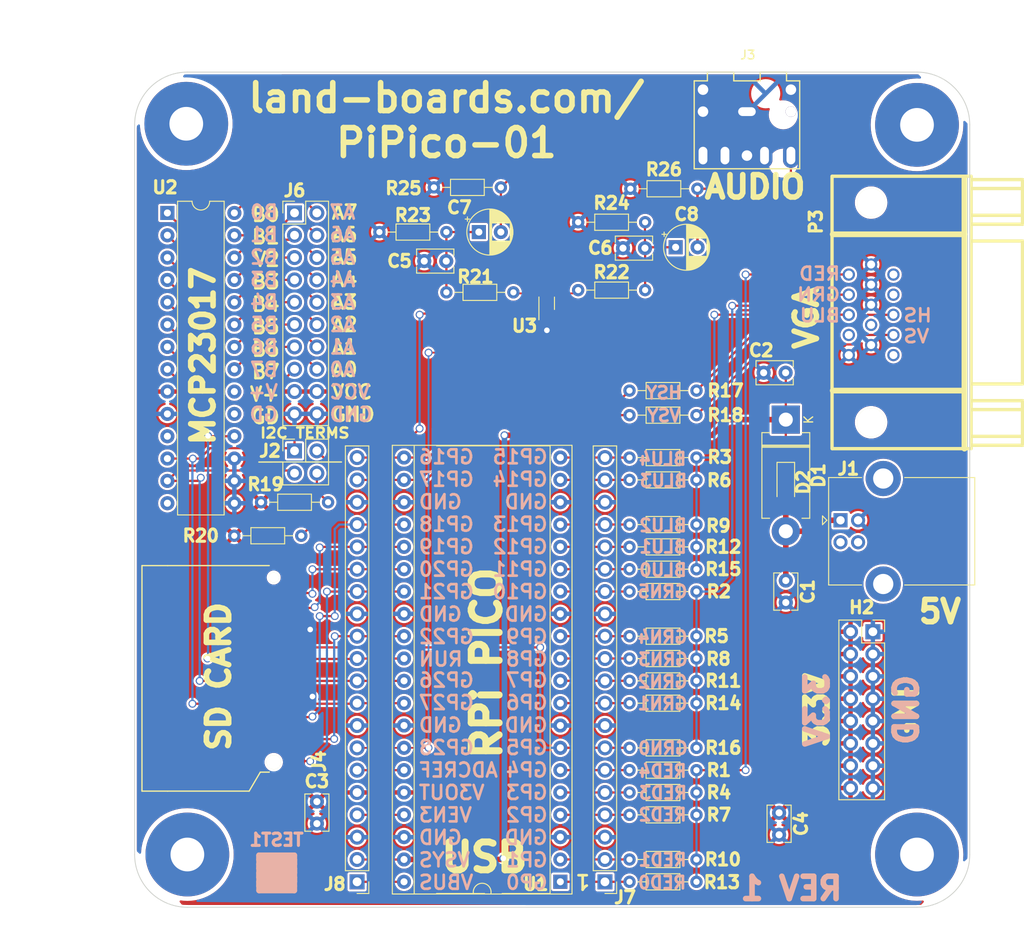
<source format=kicad_pcb>
(kicad_pcb (version 20211014) (generator pcbnew)
  (title_block (title "ESP32-VGA") (date "2020-02-19") (rev "2") (company "land-boards.com"))
  (layers (0 "F.Cu" signal) (31 "B.Cu" signal) (36 "B.SilkS" user "B.Silkscreen") (37 "F.SilkS" user "F.Silkscreen") (38 "B.Mask" user) (39 "F.Mask" user) (44 "Edge.Cuts" user))
  (net 0 "")
  (net 1 "GND")
  (net 2 "+3V3")
  (net 3 "Net-(C1-Pad1)")
  (net 4 "/HSYNC")
  (net 5 "/VSYNC")
  (net 6 "/GPIO18")
  (net 7 "/GPIO22")
  (net 8 "/GRN0")
  (net 9 "/GPIO19")
  (net 10 "/SD_DAT1")
  (net 11 "/SD_DAT2")
  (net 12 "/RED3")
  (net 13 "/RED4")
  (net 14 "/RED2")
  (net 15 "/RED1")
  (net 16 "/RED0")
  (net 17 "/GRN4")
  (net 18 "/GRN3")
  (net 19 "/GRN2")
  (net 20 "/GRN1")
  (net 21 "/BLU4")
  (net 22 "/BLU3")
  (net 23 "/BLU1")
  (net 24 "/BLU0")
  (net 25 "/BLU2")
  (net 26 "/GRN5")
  (net 27 "/VGA_B")
  (net 28 "/VGA_G")
  (net 29 "/VGA_R")
  (net 41 "/GPB0")
  (net 42 "/GPA7")
  (net 43 "/GPB1")
  (net 44 "/GPA6")
  (net 45 "/GPB2")
  (net 46 "/GPA5")
  (net 47 "/GPB3")
  (net 48 "/GPA4")
  (net 49 "/GPB4")
  (net 50 "/GPA3")
  (net 51 "/GPB5")
  (net 52 "/GPA2")
  (net 53 "/GPB6")
  (net 54 "/GPA1")
  (net 55 "/GPB7")
  (net 56 "/GPA0")
  (net 57 "/I2C1SCL")
  (net 58 "/I2C1SDA")
  (net 63 "/VBUS")
  (net 64 "/VEN3")
  (net 65 "/ADCREF")
  (net 66 "Net-(C8-Pad2)")
  (net 67 "Net-(J2-Pad2)")
  (net 68 "Net-(J2-Pad4)")
  (net 69 "/AUDIO-L")
  (net 70 "/HS")
  (net 71 "/VS")
  (net 72 "VCC")
  (net 73 "/RUN")
  (net 74 "Net-(R21-Pad2)")
  (net 75 "Net-(R22-Pad2)")
  (net 76 "Net-(C5-Pad1)")
  (net 77 "Net-(C6-Pad1)")
  (net 78 "Net-(C7-Pad2)")
  (footprint "LandBoards_MountHoles:MTG-6-32" (layer "F.Cu") (at 15.875 15.875)
    (fp_text reference "MTG1" hide)
    (fp_text value "MTG_HOLE" hide)
  )
  (footprint "LandBoards_MountHoles:MTG-6-32" (layer "F.Cu") (at 99 99)
    (fp_text reference "MTG2" hide)
    (fp_text value "MTG_HOLE" hide)
  )
  (footprint "LandBoards_MountHoles:MTG-6-32" (layer "F.Cu") (at 16 99)
    (fp_text reference "MTG3" hide)
    (fp_text value "MTG_HOLE" hide)
  )
  (footprint "LandBoards_MountHoles:MTG-6-32" (layer "F.Cu") (at 99 16)
    (fp_text reference "MTG?1" hide)
    (fp_text value "MTG_HOLE" hide)
  )
  (footprint "LandBoards_Marking:TEST_BLK-REAR" (layer "F.Cu") (at 26.162 101.092)
    (fp_text reference "TEST1")
    (fp_text value "COUPON" hide)
  )
  (footprint "LandBoards_Conns:DB_15F-VGA-fixed" (layer "F.Cu") (at 97.79 37.338 90)
    (fp_text reference "P3")
    (fp_text value "CONN, DB15HD, BLUE (VGA)" hide)
  )
  (footprint "LandBoards_Conns:SD_CARD" (layer "F.Cu") (at 25.8215 73.374 -90)
    (fp_text reference "J4")
    (fp_text value "Conn, SD Card" hide)
  )
  (footprint "Resistor_THT:R_Axial_DIN0204_L3.6mm_D1.6mm_P7.62mm_Horizontal" (layer "F.Cu") (at 73.914 91.948 180)
    (fp_text reference "R4")
    (fp_text value "1K" hide)
  )
  (footprint "Resistor_THT:R_Axial_DIN0204_L3.6mm_D1.6mm_P7.62mm_Horizontal" (layer "F.Cu") (at 73.914 89.408 180)
    (fp_text reference "R1")
    (fp_text value "499" hide)
  )
  (footprint "Resistor_THT:R_Axial_DIN0204_L3.6mm_D1.6mm_P7.62mm_Horizontal" (layer "F.Cu") (at 73.914 94.488 180)
    (fp_text reference "R7")
    (fp_text value "2K" hide)
  )
  (footprint "Resistor_THT:R_Axial_DIN0204_L3.6mm_D1.6mm_P7.62mm_Horizontal" (layer "F.Cu") (at 73.914 99.568 180)
    (fp_text reference "R10")
    (fp_text value "4.02K" hide)
  )
  (footprint "Resistor_THT:R_Axial_DIN0204_L3.6mm_D1.6mm_P7.62mm_Horizontal" (layer "F.Cu") (at 73.914 102.108 180)
    (fp_text reference "R13")
    (fp_text value "8.06K" hide)
  )
  (footprint "Resistor_THT:R_Axial_DIN0204_L3.6mm_D1.6mm_P7.62mm_Horizontal" (layer "F.Cu") (at 73.914 69.088 180)
    (fp_text reference "R2")
    (fp_text value "499" hide)
  )
  (footprint "Resistor_THT:R_Axial_DIN0204_L3.6mm_D1.6mm_P7.62mm_Horizontal" (layer "F.Cu") (at 68.072 34.798 180)
    (fp_text reference "R22")
    (fp_text value "220" hide)
  )
  (footprint "Resistor_THT:R_Axial_DIN0204_L3.6mm_D1.6mm_P7.62mm_Horizontal" (layer "F.Cu") (at 73.914 74.168 180)
    (fp_text reference "R5")
    (fp_text value "1K" hide)
  )
  (footprint "Resistor_THT:R_Axial_DIN0204_L3.6mm_D1.6mm_P7.62mm_Horizontal" (layer "F.Cu") (at 73.914 76.708 180)
    (fp_text reference "R8")
    (fp_text value "2K" hide)
  )
  (footprint "Resistor_THT:R_Axial_DIN0204_L3.6mm_D1.6mm_P7.62mm_Horizontal" (layer "F.Cu") (at 73.914 79.248 180)
    (fp_text reference "R11")
    (fp_text value "4.02K" hide)
  )
  (footprint "Resistor_THT:R_Axial_DIN0204_L3.6mm_D1.6mm_P7.62mm_Horizontal" (layer "F.Cu") (at 73.914 81.788 180)
    (fp_text reference "R14")
    (fp_text value "8.06K" hide)
  )
  (footprint "Resistor_THT:R_Axial_DIN0204_L3.6mm_D1.6mm_P7.62mm_Horizontal" (layer "F.Cu") (at 73.914 53.848 180)
    (fp_text reference "R3")
    (fp_text value "499" hide)
  )
  (footprint "Resistor_THT:R_Axial_DIN0204_L3.6mm_D1.6mm_P7.62mm_Horizontal" (layer "F.Cu") (at 73.914 56.388 180)
    (fp_text reference "R6")
    (fp_text value "1K" hide)
  )
  (footprint "Resistor_THT:R_Axial_DIN0204_L3.6mm_D1.6mm_P7.62mm_Horizontal" (layer "F.Cu") (at 73.914 61.468 180)
    (fp_text reference "R9")
    (fp_text value "2K" hide)
  )
  (footprint "Resistor_THT:R_Axial_DIN0204_L3.6mm_D1.6mm_P7.62mm_Horizontal" (layer "F.Cu") (at 73.914 64.008 180)
    (fp_text reference "R12")
    (fp_text value "4.02K" hide)
  )
  (footprint "Resistor_THT:R_Axial_DIN0204_L3.6mm_D1.6mm_P7.62mm_Horizontal" (layer "F.Cu") (at 73.914 66.548 180)
    (fp_text reference "R15")
    (fp_text value "8.06K" hide)
  )
  (footprint "Resistor_THT:R_Axial_DIN0204_L3.6mm_D1.6mm_P7.62mm_Horizontal" (layer "F.Cu") (at 60.452 27.0764)
    (fp_text reference "R24")
    (fp_text value "150" hide)
  )
  (footprint "Resistor_THT:R_Axial_DIN0204_L3.6mm_D1.6mm_P7.62mm_Horizontal" (layer "F.Cu") (at 73.914 86.868 180)
    (fp_text reference "R16")
    (fp_text value "16K" hide)
  )
  (footprint "Resistor_THT:R_Axial_DIN0204_L3.6mm_D1.6mm_P7.62mm_Horizontal" (layer "F.Cu") (at 73.914 46.228 180)
    (fp_text reference "R17")
    (fp_text value "47" hide)
  )
  (footprint "Resistor_THT:R_Axial_DIN0204_L3.6mm_D1.6mm_P7.62mm_Horizontal" (layer "F.Cu") (at 73.914 49.022 180)
    (fp_text reference "R18")
    (fp_text value "47" hide)
  )
  (footprint "LandBoards_BoardOutlines:RasPiPico" (layer "F.Cu") (at 58.425004 102.102996 180)
    (fp_text reference "U1")
    (fp_text value "RPi-PICO" hide)
  )
  (footprint "Connector_USB:USB_B_Lumberg_2411_02_Horizontal" (layer "F.Cu") (at 90.297 60.98)
    (fp_text reference "J1")
    (fp_text value "USB-B" hide)
  )
  (footprint "Capacitor_THT:C_Rect_L4.0mm_W2.5mm_P2.50mm" (layer "F.Cu") (at 84.054 44.196 180)
    (fp_text reference "C2")
    (fp_text value "0.1uF")
  )
  (footprint "Capacitor_THT:CP_Radial_D5.0mm_P2.50mm" (layer "F.Cu") (at 71.540488 29.9212)
    (fp_text reference "C8")
    (fp_text value "47uF")
  )
  (footprint "Capacitor_THT:C_Rect_L4.0mm_W2.5mm_P2.50mm" (layer "F.Cu") (at 68.052 30.0228 180)
    (fp_text reference "C6")
    (fp_text value "0.1uF")
  )
  (footprint "Capacitor_THT:C_Rect_L4.0mm_W2.5mm_P2.50mm" (layer "F.Cu") (at 84.074 67.838 -90)
    (fp_text reference "C1")
    (fp_text value "0.1uF")
  )
  (footprint "Capacitor_THT:C_Rect_L4.0mm_W2.5mm_P2.50mm" (layer "F.Cu") (at 30.734 92.984 -90)
    (fp_text reference "C3")
    (fp_text value "0.1uF")
  )
  (footprint "Capacitor_THT:C_Rect_L4.0mm_W2.5mm_P2.50mm" (layer "F.Cu") (at 83.312 94.254 -90)
    (fp_text reference "C4")
    (fp_text value "0.1uF")
  )
  (footprint "LandBoards_SMD_Packages:SC-70-6_Handsoldering" (layer "F.Cu") (at 57.15 36.322 90)
    (fp_text reference "U3")
    (fp_text value "NC7WV16P6X")
  )
  (footprint "Diode_SMD:D_SOD-123" (layer "F.Cu") (at 84.074 56.642 -90)
    (fp_text reference "D2")
    (fp_text value "D_Schottky")
  )
  (footprint "Connector_PinSocket_2.54mm:PinSocket_2x08_P2.54mm_Vertical" (layer "F.Cu") (at 93.98 73.66)
    (fp_text reference "H2")
    (fp_text value "Header, Vert, 2x8")
  )
  (footprint "Diode_THT:D_DO-201AD_P12.70mm_Horizontal" (layer "F.Cu") (at 84.074 49.53 -90)
    (fp_text reference "D1")
    (fp_text value "D_Schottky")
  )
  (footprint "Capacitor_THT:C_Rect_L4.0mm_W2.5mm_P2.50mm" (layer "F.Cu") (at 45.446 31.496 180)
    (fp_text reference "C5")
    (fp_text value "0.1uF")
  )
  (footprint "LandBoards_Conns:Jack_3.5mm_CUI_SJ1-3523N_Horizontal" (layer "F.Cu") (at 79.6544 14.494)
    (fp_text reference "J3")
    (fp_text value "AudioJack3" hide)
  )
  (footprint "Resistor_THT:R_Axial_DIN0204_L3.6mm_D1.6mm_P7.62mm_Horizontal" (layer "F.Cu") (at 37.846 28.194)
    (fp_text reference "R23")
    (fp_text value "150")
  )
  (footprint "Resistor_THT:R_Axial_DIN0204_L3.6mm_D1.6mm_P7.62mm_Horizontal" (layer "F.Cu") (at 21.336 62.738)
    (fp_text reference "R20")
    (fp_text value "2K")
  )
  (footprint "Resistor_THT:R_Axial_DIN0204_L3.6mm_D1.6mm_P7.62mm_Horizontal" (layer "F.Cu") (at 24.384 58.928)
    (fp_text reference "R19")
    (fp_text value "2K")
  )
  (footprint "Connector_PinHeader_2.54mm:PinHeader_1x20_P2.54mm_Vertical" (layer "F.Cu") (at 35.306 102.108 180)
    (fp_text reference "J8")
    (fp_text value "HEADER, 1x20")
  )
  (footprint "Resistor_THT:R_Axial_DIN0204_L3.6mm_D1.6mm_P7.62mm_Horizontal" (layer "F.Cu") (at 66.3956 23.2664)
    (fp_text reference "R26")
    (fp_text value "1.8K")
  )
  (footprint "Connector_PinHeader_2.54mm:PinHeader_2x02_P2.54mm_Vertical" (layer "F.Cu") (at 28.189 53.081)
    (fp_text reference "J2")
    (fp_text value "Conn_02x02_Odd_Even")
  )
  (footprint "Connector_PinHeader_2.54mm:PinHeader_2x10_P2.54mm_Vertical" (layer "F.Cu") (at 28.189 26.015255)
    (fp_text reference "J6")
    (fp_text value "Conn_02x10_Odd_Even")
  )
  (footprint "Package_DIP:DIP-28_W7.62mm" (layer "F.Cu") (at 13.726 26.020255)
    (fp_text reference "U2")
    (fp_text value "MCP23017_SP")
  )
  (footprint "Capacitor_THT:CP_Radial_D5.0mm_P2.50mm" (layer "F.Cu") (at 49.159349 28.194)
    (fp_text reference "C7")
    (fp_text value "47uF")
  )
  (footprint "Resistor_THT:R_Axial_DIN0204_L3.6mm_D1.6mm_P7.62mm_Horizontal" (layer "F.Cu") (at 44.0436 23.114)
    (fp_text reference "R25")
    (fp_text value "1.8K")
  )
  (footprint "Resistor_THT:R_Axial_DIN0204_L3.6mm_D1.6mm_P7.62mm_Horizontal" (layer "F.Cu") (at 45.466 35.052)
    (fp_text reference "R21")
    (fp_text value "220")
  )
  (footprint "Connector_PinHeader_2.54mm:PinHeader_1x20_P2.54mm_Vertical" (layer "F.Cu") (at 63.5 102.108 180)
    (fp_text reference "J7")
    (fp_text value "HEADER, 1x20")
  )
  (gr_line (start 26.859 54.351) (end 24.13 54.356) (layer "F.SilkS") (width 0.15))
  (gr_line (start 29.459 54.351) (end 33.528 54.351) (layer "F.SilkS") (width 0.15))
  (gr_arc (start 16 105) (mid 11.757359 103.242641) (end 10 99) (layer "Edge.Cuts") (width 0.1))
  (gr_arc (start 99 10) (mid 103.242641 11.757359) (end 105 16) (layer "Edge.Cuts") (width 0.1))
  (gr_line (start 99 105) (end 16 105) (layer "Edge.Cuts") (width 0.1))
  (gr_line (start 10 99) (end 10 16) (layer "Edge.Cuts") (width 0.1))
  (gr_arc (start 10 16) (mid 11.757359 11.757359) (end 16 10) (layer "Edge.Cuts") (width 0.1))
  (gr_arc (start 105 99) (mid 103.242641 103.242641) (end 99 105) (layer "Edge.Cuts") (width 0.1))
  (gr_line (start 105 16) (end 105 99) (layer "Edge.Cuts") (width 0.1))
  (gr_line (start 16 10) (end 99 10) (layer "Edge.Cuts") (width 0.1))
  (gr_text "REV 1" (at 84.709 102.87) (layer "B.SilkS") (effects (font (size 2.54 2.54) (thickness 0.635)) (justify mirror)))
  (gr_text "GND" (at 97.79 82.55 90) (layer "B.SilkS") (effects (font (size 2.54 2.54) (thickness 0.635)) (justify mirror)))
  (gr_text "GP7\nGP6\nGND\nGP5\nGP4\nGP3\nGP2\nGND\nGP1\nGP0" (at 57.15 90.678) (layer "B.SilkS") (effects (font (size 1.5875 1.5875) (thickness 0.3048)) (justify left mirror)))
  (gr_text "GP16\nGP17\nGND\nGP18\nGP19\nGP20\nGP21\nGND\nGP22\nRUN\n" (at 42.164 65.278) (layer "B.SilkS") (effects (font (size 1.5875 1.5875) (thickness 0.3048)) (justify right mirror)))
  (gr_text "HS\nVS" (at 97.282 38.862) (layer "B.SilkS") (effects (font (size 1.4732 1.5875) (thickness 0.3048)) (justify right mirror)))
  (gr_text "RED\nGRN\nBLU" (at 90.424 35.306) (layer "B.SilkS") (effects (font (size 1.4732 1.5875) (thickness 0.3048)) (justify left mirror)))
  (gr_text "B0\nB1\nB2\nB3\nB4\nB5\nB6\nB7\nV+\nGD" (at 26.4668 37.4396) (layer "B.SilkS") (effects (font (size 1.5875 1.5875) (thickness 0.3048)) (justify left mirror)))
  (gr_text "3.3V" (at 87.63 82.55 90) (layer "B.SilkS") (effects (font (size 2.54 2.54) (thickness 0.635)) (justify mirror)))
  (gr_text "GP26\nGP27\nGND\nGP28\nADCREF\nV3OUT\nVEN3\nGND\nVSYS\nVBUS" (at 42.164 90.678) (layer "B.SilkS") (effects (font (size 1.5875 1.5875) (thickness 0.3048)) (justify right mirror)))
  (gr_text "A7\nA6\nA5\nA4\nA3\nA2\nA1\nA0\nVCC\nGND" (at 32.004 37.4396) (layer "B.SilkS") (effects (font (size 1.5875 1.5875) (thickness 0.3048)) (justify right mirror)))
  (gr_text "GP15\nGP14\nGND\nGP13\nGP12\nGP11\nGP10\nGND\nGP9\nGP8" (at 57.15 65.278) (layer "B.SilkS") (effects (font (size 1.5875 1.5875) (thickness 0.3048)) (justify left mirror)))
  (gr_text "AUDIO" (at 80.5688 23.0632) (layer "F.SilkS") (effects (font (size 2.54 2.54) (thickness 0.635))))
  (gr_text "SD CARD" (at 19.558 78.74 90) (layer "F.SilkS") (effects (font (size 2.54 2.54) (thickness 0.635))))
  (gr_text "5V" (at 101.6 71.374) (layer "F.SilkS") (effects (font (size 2.54 2.54) (thickness 0.635))))
  (gr_text "VGA" (at 86.4108 37.9476 90) (layer "F.SilkS") (effects (font (size 2.54 2.54) (thickness 0.635))))
  (gr_text "B0\nB1\nV2\nB3\nB4\nB5\nB6\nB7\nV+\nGD" (at 26.67 37.694255) (layer "F.SilkS") (effects (font (size 1.5875 1.5875) (thickness 0.3048)) (justify right)))
  (gr_text "USB" (at 49.784 99.314) (layer "F.SilkS") (effects (font (size 3.175 3.175) (thickness 0.79375))))
  (gr_text "I2C TERMS" (at 29.3624 51.054) (layer "F.SilkS") (effects (font (size 1.143 1.27) (thickness 0.28575))))
  (gr_text "GND" (at 97.79 82.55 90) (layer "F.SilkS") (effects (font (size 2.54 2.54) (thickness 0.635))))
  (gr_text "land-boards.com/\nPiPico-01" (at 45.466 15.494) (layer "F.SilkS") (effects (font (size 3.175 3.175) (thickness 0.635))))
  (gr_text "RPi PICO" (at 50.038 77.216 90) (layer "F.SilkS") (effects (font (size 3.175 3.175) (thickness 0.79375))))
  (gr_text "A7\nA6\nA5\nA4\nA3\nA2\nA1\nA0\nVCC\nGND" (at 32.258 37.445255) (layer "F.SilkS") (effects (font (size 1.5875 1.5875) (thickness 0.3048)) (justify left)))
  (gr_text "3.3V" (at 87.63 82.55 90) (layer "F.SilkS") (effects (font (size 2.54 2.54) (thickness 0.635))))
  (gr_text "MCP23017" (at 17.78 42.266255 90) (layer "F.SilkS") (effects (font (size 2.54 2.54) (thickness 0.635))))
  (segment (start 28.6215 80.874) (end 30.074 80.874) (width 0.254) (layer "F.Cu") (net 1))
  (segment (start 28.6215 73.374) (end 29.94 73.374) (width 0.254) (layer "F.Cu") (net 1))
  (segment (start 29.94 73.374) (end 29.972 73.406) (width 0.254) (layer "F.Cu") (net 1))
  (segment (start 30.074 80.874) (end 30.226 81.026) (width 0.254) (layer "F.Cu") (net 1))
  (segment (start 56.9 39.366) (end 56.896 39.37) (width 0.2032) (layer "F.Cu") (net 1))
  (segment (start 56.9 37.472) (end 56.9 39.366) (width 0.2032) (layer "F.Cu") (net 1))
  (via (at 29.972 73.406) (size 0.889) (drill 0.635) (layers "F.Cu" "B.Cu") (net 1))
  (via (at 30.226 81.026) (size 0.889) (drill 0.635) (layers "F.Cu" "B.Cu") (net 1))
  (via (at 56.896 39.37) (size 0.889) (drill 0.635) (layers "F.Cu" "B.Cu") (net 1))
  (segment (start 86.4 62.23) (end 87.65 60.98) (width 0.635) (layer "F.Cu") (net 3))
  (segment (start 84.074 62.23) (end 84.074 58.292) (width 0.635) (layer "F.Cu") (net 3))
  (segment (start 84.074 67.838) (end 84.074 62.23) (width 0.635) (layer "F.Cu") (net 3))
  (segment (start 84.074 62.23) (end 86.4 62.23) (width 0.635) (layer "F.Cu") (net 3))
  (segment (start 90.297 60.98) (end 87.65 60.98) (width 0.635) (layer "F.Cu") (net 3))
  (segment (start 40.645004 53.842996) (end 43.439004 53.842996) (width 0.254) (layer "F.Cu") (net 4))
  (segment (start 43.439004 53.842996) (end 44.196 53.086) (width 0.254) (layer "F.Cu") (net 4))
  (segment (start 44.196 50.546) (end 46.736 48.006) (width 0.254) (layer "F.Cu") (net 4))
  (segment (start 46.736 48.006) (end 64.516 48.006) (width 0.254) (layer "F.Cu") (net 4))
  (segment (start 64.516 48.006) (end 66.294 46.228) (width 0.254) (layer "F.Cu") (net 4))
  (segment (start 44.196 53.086) (end 44.196 50.546) (width 0.254) (layer "F.Cu") (net 4))
  (segment (start 35.306 53.848) (end 40.64 53.848) (width 0.254) (layer "F.Cu") (net 4))
  (segment (start 40.645 56.383) (end 43.185 56.383) (width 0.254) (layer "F.Cu") (net 5))
  (segment (start 43.185 56.383) (end 44.958 54.61) (width 0.254) (layer "F.Cu") (net 5))
  (segment (start 35.306 56.388) (end 40.64 56.388) (width 0.254) (layer "F.Cu") (net 5))
  (segment (start 44.958 54.61) (end 44.958 50.8) (width 0.254) (layer "F.Cu") (net 5))
  (segment (start 46.736 49.022) (end 66.294 49.022) (width 0.254) (layer "F.Cu") (net 5))
  (segment (start 44.958 50.8) (end 46.736 49.022) (width 0.254) (layer "F.Cu") (net 5))
  (segment (start 28.6215 83.374) (end 30.164 83.374) (width 0.254) (layer "F.Cu") (net 6))
  (segment (start 31.051011 71.882) (end 32.766 71.882) (width 0.254) (layer "F.Cu") (net 6))
  (segment (start 35.306 61.468) (end 40.64 61.468) (width 0.254) (layer "F.Cu") (net 6))
  (segment (start 30.164 83.374) (end 30.226 83.312) (width 0.254) (layer "F.Cu") (net 6))
  (via (at 32.766 71.882) (size 0.889) (drill 0.635) (layers "F.Cu" "B.Cu") (net 6))
  (via (at 30.226 83.312) (size 0.889) (drill 0.635) (layers "F.Cu" "B.Cu") (net 6))
  (via (at 31.051011 71.882) (size 0.889) (drill 0.635) (layers "F.Cu" "B.Cu") (net 6))
  (segment (start 33.274 61.468) (end 32.766 61.976) (width 0.254) (layer "B.Cu") (net 6))
  (segment (start 31.051011 82.486989) (end 31.051011 71.882) (width 0.254) (layer "B.Cu") (net 6))
  (segment (start 30.226 83.312) (end 31.051011 82.486989) (width 0.254) (layer "B.Cu") (net 6))
  (segment (start 33.274 61.468) (end 35.306 61.468) (width 0.254) (layer "B.Cu") (net 6))
  (segment (start 32.766 71.882) (end 32.766 61.976) (width 0.254) (layer "B.Cu") (net 6))
  (segment (start 32.679011 85.874) (end 32.701011 85.852) (width 0.254) (layer "F.Cu") (net 7))
  (segment (start 28.6215 85.874) (end 32.679011 85.874) (width 0.254) (layer "F.Cu") (net 7))
  (segment (start 32.766 74.168) (end 35.306 74.168) (width 0.254) (layer "F.Cu") (net 7))
  (segment (start 35.306 74.168) (end 40.64 74.168) (width 0.254) (layer "F.Cu") (net 7))
  (via (at 32.701011 85.852) (size 0.889) (drill 0.635) (layers "F.Cu" "B.Cu") (net 7))
  (via (at 32.766 74.168) (size 0.889) (drill 0.635) (layers "F.Cu" "B.Cu") (net 7))
  (segment (start 32.701011 74.232989) (end 32.766 74.168) (width 0.254) (layer "B.Cu") (net 7))
  (segment (start 32.701011 85.852) (end 32.701011 74.232989) (width 0.254) (layer "B.Cu") (net 7))
  (segment (start 58.425 86.863) (end 66.289 86.863) (width 0.254) (layer "F.Cu") (net 8))
  (segment (start 30.336 75.438) (end 56.134 75.438) (width 0.254) (layer "F.Cu") (net 8))
  (segment (start 29.9 75.874) (end 30.336 75.438) (width 0.254) (layer "F.Cu") (net 8))
  (segment (start 28.6215 75.874) (end 29.9 75.874) (width 0.254) (layer "F.Cu") (net 8))
  (via (at 56.134 75.438) (size 0.889) (drill 0.635) (layers "F.Cu" "B.Cu") (net 8))
  (segment (start 56.891 86.863) (end 58.425 86.863) (width 0.254) (layer "B.Cu") (net 8))
  (segment (start 56.134 86.106) (end 56.891 86.863) (width 0.254) (layer "B.Cu") (net 8))
  (segment (start 56.134 75.438) (end 56.134 86.106) (width 0.254) (layer "B.Cu") (net 8))
  (segment (start 35.306 64.008) (end 40.64 64.008) (width 0.254) (layer "F.Cu") (net 9))
  (segment (start 30.392 70.954) (end 30.48 70.866) (width 0.254) (layer "F.Cu") (net 9))
  (segment (start 28.6215 70.954) (end 30.392 70.954) (width 0.254) (layer "F.Cu") (net 9))
  (segment (start 31.051011 64.071011) (end 31.114022 64.008) (width 0.254) (layer "F.Cu") (net 9))
  (segment (start 31.114022 64.008) (end 35.306 64.008) (width 0.254) (layer "F.Cu") (net 9))
  (via (at 31.051011 64.071011) (size 0.889) (drill 0.635) (layers "F.Cu" "B.Cu") (net 9))
  (via (at 30.48 70.866) (size 0.889) (drill 0.635) (layers "F.Cu" "B.Cu") (net 9))
  (segment (start 30.48 70.866) (end 31.051011 70.294989) (width 0.254) (layer "B.Cu") (net 9))
  (segment (start 31.051011 70.294989) (end 31.051011 64.071011) (width 0.254) (layer "B.Cu") (net 9))
  (segment (start 28.6215 69.254) (end 30.138 69.254) (width 0.254) (layer "F.Cu") (net 10))
  (segment (start 30.226 66.548) (end 35.306 66.548) (width 0.254) (layer "F.Cu") (net 10))
  (segment (start 30.138 69.254) (end 30.226 69.342) (width 0.254) (layer "F.Cu") (net 10))
  (segment (start 35.306 66.548) (end 40.64 66.548) (width 0.254) (layer "F.Cu") (net 10))
  (via (at 30.226 69.342) (size 0.889) (drill 0.635) (layers "F.Cu" "B.Cu") (net 10))
  (via (at 30.226 66.548) (size 0.889) (drill 0.635) (layers "F.Cu" "B.Cu") (net 10))
  (segment (start 30.226 69.342) (end 30.226 66.548) (width 0.254) (layer "B.Cu") (net 10))
  (segment (start 29.954 88.374) (end 29.972 88.392) (width 0.254) (layer "F.Cu") (net 11))
  (segment (start 35.306 69.088) (end 40.64 69.088) (width 0.254) (layer "F.Cu") (net 11))
  (segment (start 28.6215 88.374) (end 29.954 88.374) (width 0.254) (layer "F.Cu") (net 11))
  (segment (start 31.876011 69.088) (end 35.306 69.088) (width 0.254) (layer "F.Cu") (net 11))
  (via (at 29.972 88.392) (size 0.889) (drill 0.635) (layers "F.Cu" "B.Cu") (net 11))
  (via (at 31.876011 69.088) (size 0.889) (drill 0.635) (layers "F.Cu" "B.Cu") (net 11))
  (segment (start 31.876011 86.487989) (end 31.876011 69.088) (width 0.254) (layer "B.Cu") (net 11))
  (segment (start 29.972 88.392) (end 31.876011 86.487989) (width 0.254) (layer "B.Cu") (net 11))
  (segment (start 58.425 91.943) (end 66.289 91.943) (width 0.254) (layer "F.Cu") (net 12))
  (segment (start 58.425 89.403) (end 66.289 89.403) (width 0.254) (layer "F.Cu") (net 13))
  (segment (start 58.425 94.483) (end 66.289 94.483) (width 0.254) (layer "F.Cu") (net 14))
  (segment (start 58.425 99.563) (end 66.289 99.563) (width 0.254) (layer "F.Cu") (net 15))
  (segment (start 58.425 102.103) (end 66.289 102.103) (width 0.254) (layer "F.Cu") (net 16))
  (segment (start 58.425 74.163) (end 66.289 74.163) (width 0.254) (layer "F.Cu") (net 17))
  (segment (start 58.425 76.703) (end 66.299 76.703) (width 0.254) (layer "F.Cu") (net 18))
  (segment (start 58.425 79.243) (end 66.289 79.243) (width 0.254) (layer "F.Cu") (net 19))
  (segment (start 58.425 81.783) (end 66.289 81.783) (width 0.254) (layer "F.Cu") (net 20))
  (segment (start 65.532 53.848) (end 66.294 53.848) (width 0.254) (layer "F.Cu") (net 21))
  (segment (start 58.425 53.843) (end 65.527 53.843) (width 0.254) (layer "F.Cu") (net 21))
  (segment (start 65.527 53.843) (end 65.532 53.848) (width 0.254) (layer "F.Cu") (net 21))
  (segment (start 58.425 56.383) (end 66.289 56.383) (width 0.254) (layer "F.Cu") (net 22))
  (segment (start 58.425 64.003) (end 66.289 64.003) (width 0.254) (layer "F.Cu") (net 23))
  (segment (start 58.425 66.543) (end 66.289 66.543) (width 0.254) (layer "F.Cu") (net 24))
  (segment (start 58.425 61.463) (end 66.289 61.463) (width 0.254) (layer "F.Cu") (net 25))
  (segment (start 58.425 69.083) (end 66.289 69.083) (width 0.254) (layer "F.Cu") (net 26))
  (segment (start 75.946 37.592) (end 91.22664 37.592) (width 0.254) (layer "F.Cu") (net 27))
  (via (at 75.946 37.592) (size 0.889) (drill 0.635) (layers "F.Cu" "B.Cu") (net 27))
  (segment (start 73.914 56.388) (end 73.914 53.848) (width 0.254) (layer "B.Cu") (net 27))
  (segment (start 73.914 66.548) (end 73.914 64.008) (width 0.254) (layer "B.Cu") (net 27))
  (segment (start 75.946 53.34) (end 75.946 37.592) (width 0.254) (layer "B.Cu") (net 27))
  (segment (start 73.914 61.468) (end 73.914 56.134) (width 0.254) (layer "B.Cu") (net 27))
  (segment (start 75.438 53.848) (end 75.946 53.34) (width 0.254) (layer "B.Cu") (net 27))
  (segment (start 73.914 53.848) (end 75.438 53.848) (width 0.254) (layer "B.Cu") (net 27))
  (segment (start 73.914 64.008) (end 73.914 61.468) (width 0.254) (layer "B.Cu") (net 27))
  (segment (start 88.4047 35.3187) (end 91.23934 35.3187) (width 0.254) (layer "F.Cu") (net 28))
  (segment (start 77.978 36.576) (end 87.1474 36.576) (width 0.254) (layer "F.Cu") (net 28))
  (segment (start 87.1474 36.576) (end 88.4047 35.3187) (width 0.254) (layer "F.Cu") (net 28))
  (via (at 77.978 36.576) (size 0.889) (drill 0.635) (layers "F.Cu" "B.Cu") (net 28))
  (segment (start 73.914 74.168) (end 73.914 69.088) (width 0.254) (layer "B.Cu") (net 28))
  (segment (start 73.914 76.708) (end 73.914 79.248) (width 0.254) (layer "B.Cu") (net 28))
  (segment (start 76.454 69.088) (end 77.978 67.564) (width 0.254) (layer "B.Cu") (net 28))
  (segment (start 73.914 69.088) (end 76.454 69.088) (width 0.254) (layer "B.Cu") (net 28))
  (segment (start 77.978 67.564) (end 77.978 36.576) (width 0.254) (layer "B.Cu") (net 28))
  (segment (start 73.914 74.168) (end 73.914 76.708) (width 0.254) (layer "B.Cu") (net 28))
  (segment (start 73.914 79.248) (end 73.914 81.788) (width 0.254) (layer "B.Cu") (net 28))
  (segment (start 73.914 86.868) (end 73.914 81.788) (width 0.254) (layer "B.Cu") (net 28))
  (segment (start 73.914 89.408) (end 79.502 89.408) (width 0.254) (layer "F.Cu") (net 29))
  (segment (start 79.502 33.02) (end 91.23172 33.02) (width 0.254) (layer "F.Cu") (net 29))
  (via (at 79.502 33.02) (size 0.889) (drill 0.635) (layers "F.Cu" "B.Cu") (net 29))
  (via (at 79.502 89.408) (size 0.889) (drill 0.635) (layers "F.Cu" "B.Cu") (net 29))
  (segment (start 73.914 99.568) (end 73.914 94.488) (width 0.254) (layer "B.Cu") (net 29))
  (segment (start 73.914 102.108) (end 73.914 99.568) (width 0.254) (layer "B.Cu") (net 29))
  (segment (start 73.914 94.488) (end 73.914 91.948) (width 0.254) (layer "B.Cu") (net 29))
  (segment (start 73.914 91.948) (end 73.914 89.408) (width 0.254) (layer "B.Cu") (net 29))
  (segment (start 79.502 89.408) (end 79.502 33.02) (width 0.254) (layer "B.Cu") (net 29))
  (segment (start 14.906511 27.200766) (end 27.003489 27.200766) (width 0.254) (layer "F.Cu") (net 41))
  (segment (start 13.726 26.020255) (end 14.906511 27.200766) (width 0.254) (layer "F.Cu") (net 41))
  (segment (start 27.003489 27.200766) (end 28.189 26.015255) (width 0.254) (layer "F.Cu") (net 41))
  (segment (start 29.498489 24.784744) (end 30.729 26.015255) (width 0.254) (layer "F.Cu") (net 42))
  (segment (start 22.581511 24.784744) (end 29.498489 24.784744) (width 0.254) (layer "F.Cu") (net 42))
  (segment (start 21.346 26.020255) (end 22.581511 24.784744) (width 0.254) (layer "F.Cu") (net 42))
  (segment (start 13.726 28.560255) (end 14.906511 29.740766) (width 0.254) (layer "F.Cu") (net 43))
  (segment (start 27.67648 29.067775) (end 28.189 28.555255) (width 0.254) (layer "F.Cu") (net 43))
  (segment (start 14.906511 29.740766) (end 21.933009 29.740766) (width 0.254) (layer "F.Cu") (net 43))
  (segment (start 22.606 29.067775) (end 27.67648 29.067775) (width 0.254) (layer "F.Cu") (net 43))
  (segment (start 21.933009 29.740766) (end 22.606 29.067775) (width 0.254) (layer "F.Cu") (net 43))
  (segment (start 26.443794 28.560255) (end 27.679305 27.324744) (width 0.254) (layer "F.Cu") (net 44))
  (segment (start 29.498489 27.324744) (end 30.729 28.555255) (width 0.254) (layer "F.Cu") (net 44))
  (segment (start 21.346 28.560255) (end 26.443794 28.560255) (width 0.254) (layer "F.Cu") (net 44))
  (segment (start 27.679305 27.324744) (end 29.498489 27.324744) (width 0.254) (layer "F.Cu") (net 44))
  (segment (start 14.906511 32.280766) (end 21.967498 32.280766) (width 0.254) (layer "F.Cu") (net 45))
  (segment (start 23.153009 31.095255) (end 28.189 31.095255) (width 0.254) (layer "F.Cu") (net 45))
  (segment (start 13.726 31.100255) (end 14.906511 32.280766) (width 0.254) (layer "F.Cu") (net 45))
  (segment (start 21.967498 32.280766) (end 23.153009 31.095255) (width 0.254) (layer "F.Cu") (net 45))
  (segment (start 21.346 31.100255) (end 22.581511 29.864744) (width 0.254) (layer "F.Cu") (net 46))
  (segment (start 22.581511 29.864744) (end 29.498489 29.864744) (width 0.254) (layer "F.Cu") (net 46))
  (segment (start 29.498489 29.864744) (end 30.729 31.095255) (width 0.254) (layer "F.Cu") (net 46))
  (segment (start 23.109 33.635255) (end 28.189 33.635255) (width 0.254) (layer "F.Cu") (net 47))
  (segment (start 13.726 33.640255) (end 14.906511 34.820766) (width 0.254) (layer "F.Cu") (net 47))
  (segment (start 21.923489 34.820766) (end 23.109 33.635255) (width 0.254) (layer "F.Cu") (net 47))
  (segment (start 14.906511 34.820766) (end 21.923489 34.820766) (width 0.254) (layer "F.Cu") (net 47))
  (segment (start 29.498489 32.404744) (end 30.729 33.635255) (width 0.254) (layer "F.Cu") (net 48))
  (segment (start 21.346 33.640255) (end 22.581511 32.404744) (width 0.254) (layer "F.Cu") (net 48))
  (segment (start 22.581511 32.404744) (end 29.498489 32.404744) (width 0.254) (layer "F.Cu") (net 48))
  (segment (start 13.726 36.180255) (end 14.906511 37.360766) (width 0.254) (layer "F.Cu") (net 49))
  (segment (start 21.923489 37.360766) (end 23.109 36.175255) (width 0.254) (layer "F.Cu") (net 49))
  (segment (start 23.109 36.175255) (end 28.189 36.175255) (width 0.254) (layer "F.Cu") (net 49))
  (segment (start 14.906511 37.360766) (end 21.923489 37.360766) (width 0.254) (layer "F.Cu") (net 49))
  (segment (start 21.346 36.180255) (end 22.660489 34.865766) (width 0.254) (layer "F.Cu") (net 50))
  (segment (start 22.660489 34.865766) (end 29.419511 34.865766) (width 0.254) (layer "F.Cu") (net 50))
  (segment (start 29.419511 34.865766) (end 30.729 36.175255) (width 0.254) (layer "F.Cu") (net 50))
  (segment (start 13.726 38.720255) (end 14.906511 39.900766) (width 0.254) (layer "F.Cu") (net 51))
  (segment (start 21.834985 39.900766) (end 23.020496 38.715255) (width 0.254) (layer "F.Cu") (net 51))
  (segment (start 23.020496 38.715255) (end 28.189 38.715255) (width 0.254) (layer "F.Cu") (net 51))
  (segment (start 14.906511 39.900766) (end 21.834985 39.900766) (width 0.254) (layer "F.Cu") (net 51))
  (segment (start 29.498489 37.484744) (end 30.729 38.715255) (width 0.254) (layer "F.Cu") (net 52))
  (segment (start 22.581511 37.484744) (end 29.498489 37.484744) (width 0.254) (layer "F.Cu") (net 52))
  (segment (start 21.346 38.720255) (end 22.581511 37.484744) (width 0.254) (layer "F.Cu") (net 52))
  (segment (start 23.020496 41.255255) (end 28.189 41.255255) (width 0.254) (layer "F.Cu") (net 53))
  (segment (start 13.726 41.260255) (end 14.906511 42.440766) (width 0.254) (layer "F.Cu") (net 53))
  (segment (start 14.906511 42.440766) (end 21.834985 42.440766) (width 0.254) (layer "F.Cu") (net 53))
  (segment (start 21.834985 42.440766) (end 23.020496 41.255255) (width 0.254) (layer "F.Cu") (net 53))
  (segment (start 21.346 41.260255) (end 22.581511 40.024744) (width 0.254) (layer "F.Cu") (net 54))
  (segment (start 29.498489 40.024744) (end 30.729 41.255255) (width 0.254) (layer "F.Cu") (net 54))
  (segment (start 22.581511 40.024744) (end 29.498489 40.024744) (width 0.254) (layer "F.Cu") (net 54))
  (segment (start 27.003489 44.980766) (end 28.189 43.795255) (width 0.254) (layer "F.Cu") (net 55))
  (segment (start 14.906511 44.980766) (end 27.003489 44.980766) (width 0.254) (layer "F.Cu") (net 55))
  (segment (start 13.726 43.800255) (end 14.906511 44.980766) (width 0.254) (layer "F.Cu") (net 55))
  (segment (start 22.581511 42.564744) (end 29.498489 42.564744) (width 0.254) (layer "F.Cu") (net 56))
  (segment (start 29.498489 42.564744) (end 30.729 43.795255) (width 0.254) (layer "F.Cu") (net 56))
  (segment (start 21.346 43.800255) (end 22.581511 42.564744) (width 0.254) (layer "F.Cu") (net 56))
  (segment (start 16.573011 81.851011) (end 35.242989 81.851011) (width 0.254) (layer "F.Cu") (net 57))
  (segment (start 42.538 37.472) (end 56.4 37.472) (width 0.254) (layer "F.Cu") (net 57))
  (segment (start 28.189 51.821) (end 28.956 51.054) (width 0.254) (layer "F.Cu") (net 57))
  (segment (start 13.726 53.960255) (end 16.622255 53.960255) (width 0.254) (layer "F.Cu") (net 57))
  (segment (start 41.91 51.054) (end 42.418 50.546) (width 0.254) (layer "F.Cu") (net 57))
  (segment (start 28.189 53.081) (end 28.189 51.821) (width 0.254) (layer "F.Cu") (net 57))
  (segment (start 35.306 81.788) (end 40.64 81.788) (width 0.254) (layer "F.Cu") (net 57))
  (segment (start 28.956 51.054) (end 41.91 51.054) (width 0.254) (layer "F.Cu") (net 57))
  (segment (start 42.418 37.592) (end 42.538 37.472) (width 0.254) (layer "F.Cu") (net 57))
  (segment (start 18.594256 52.779744) (end 27.887744 52.779744) (width 0.254) (layer "F.Cu") (net 57))
  (segment (start 16.622255 53.960255) (end 17.413745 53.960255) (width 0.254) (layer "F.Cu") (net 57))
  (segment (start 17.413745 53.960255) (end 18.594256 52.779744) (width 0.254) (layer "F.Cu") (net 57))
  (via (at 42.418 37.592) (size 0.889) (drill 0.635) (layers "F.Cu" "B.Cu") (net 57))
  (via (at 42.418 50.546) (size 0.889) (drill 0.635) (layers "F.Cu" "B.Cu") (net 57))
  (via (at 16.573011 81.851011) (size 0.889) (drill 0.635) (layers "F.Cu" "B.Cu") (net 57))
  (via (at 16.622255 53.960255) (size 0.889) (drill 0.635) (layers "F.Cu" "B.Cu") (net 57))
  (segment (start 16.573011 81.851011) (end 16.573011 54.009499) (width 0.254) (layer "B.Cu") (net 57))
  (segment (start 42.418 50.546) (end 42.418 37.592) (width 0.254) (layer "B.Cu") (net 57))
  (segment (start 16.573011 54.009499) (end 16.622255 53.960255) (width 0.254) (layer "B.Cu") (net 57))
  (segment (start 13.726 56.500255) (end 14.906511 55.319744) (width 0.254) (layer "F.Cu") (net 58))
  (segment (start 17.526 56.134) (end 17.159745 56.500255) (width 0.254) (layer "F.Cu") (net 58))
  (segment (start 35.306 79.248) (end 40.64 79.248) (width 0.254) (layer "F.Cu") (net 58))
  (segment (start 14.906511 55.319744) (end 27.887744 55.319744) (width 0.254) (layer "F.Cu") (net 58))
  (segment (start 35.299489 79.254511) (end 17.404522 79.254511) (width 0.254) (layer "F.Cu") (net 58))
  (segment (start 17.159745 56.500255) (end 13.726 56.500255) (width 0.254) (layer "F.Cu") (net 58))
  (segment (start 17.404522 79.254511) (end 17.398011 79.248) (width 0.254) (layer "F.Cu") (net 58))
  (via (at 17.526 56.134) (size 0.889) (drill 0.635) (layers "F.Cu" "B.Cu") (net 58))
  (via (at 17.398011 79.248) (size 0.889) (drill 0.635) (layers "F.Cu" "B.Cu") (net 58))
  (segment (start 17.398011 79.248) (end 17.398011 56.261989) (width 0.254) (layer "B.Cu") (net 58))
  (segment (start 17.398011 56.261989) (end 17.526 56.134) (width 0.254) (layer "B.Cu") (net 58))
  (segment (start 35.306 102.108) (end 40.64 102.108) (width 0.254) (layer "F.Cu") (net 63))
  (segment (start 35.306 94.488) (end 40.64 94.488) (width 0.254) (layer "F.Cu") (net 64))
  (segment (start 35.306 89.408) (end 40.64 89.408) (width 0.254) (layer "F.Cu") (net 65))
  (segment (start 84.6544 22.1272) (end 84.6544 19.494) (width 0.254) (layer "F.Cu") (net 66))
  (segment (start 83.5152 23.2664) (end 84.6544 22.1272) (width 0.254) (layer "F.Cu") (net 66))
  (segment (start 74.0156 29.896312) (end 74.040488 29.9212) (width 0.254) (layer "F.Cu") (net 66))
  (segment (start 74.040488 29.9212) (end 74.040488 23.597112) (width 0.254) (layer "F.Cu") (net 66))
  (segment (start 74.0156 23.2664) (end 74.0156 29.896312) (width 0.254) (layer "F.Cu") (net 66))
  (segment (start 74.0156 23.2664) (end 83.5152 23.2664) (width 0.254) (layer "F.Cu") (net 66))
  (segment (start 74.0664 23.5712) (end 74.040488 23.597112) (width 0.254) (layer "F.Cu") (net 66))
  (segment (start 30.729 53.081) (end 33.528 55.88) (width 0.254) (layer "F.Cu") (net 67))
  (segment (start 33.528 55.88) (end 33.528 59.69) (width 0.254) (layer "F.Cu") (net 67))
  (segment (start 33.528 59.69) (end 32.512 60.706) (width 0.254) (layer "F.Cu") (net 67))
  (segment (start 28.956 62.738) (end 30.988 60.706) (width 0.254) (layer "F.Cu") (net 67))
  (segment (start 30.988 60.706) (end 32.512 60.706) (width 0.254) (layer "F.Cu") (net 67))
  (segment (start 32.004 58.928) (end 30.729 57.653) (width 0.254) (layer "F.Cu") (net 68))
  (segment (start 30.729 57.653) (end 30.729 55.621) (width 0.254) (layer "F.Cu") (net 68))
  (segment (start 40.645004 86.862996) (end 43.428996 86.862996) (width 0.2032) (layer "F.Cu") (net 69))
  (segment (start 43.428996 86.862996) (end 43.434 86.868) (width 0.2032) (layer "F.Cu") (net 69))
  (segment (start 57.15 41.91) (end 58.674 40.386) (width 0.2032) (layer "F.Cu") (net 69))
  (segment (start 58.674 37.592) (end 58.554 37.472) (width 0.2032) (layer "F.Cu") (net 69))
  (segment (start 35.306 86.868) (end 40.64 86.868) (width 0.2032) (layer "F.Cu") (net 69))
  (segment (start 43.434 41.91) (end 57.15 41.91) (width 0.2032) (layer "F.Cu") (net 69))
  (segment (start 58.674 40.386) (end 58.674 37.592) (width 0.2032) (layer "F.Cu") (net 69))
  (segment (start 58.554 37.472) (end 57.4 37.472) (width 0.2032) (layer "F.Cu") (net 69))
  (via (at 43.434 41.91) (size 0.889) (drill 0.635) (layers "F.Cu" "B.Cu") (net 69))
  (via (at 43.434 86.868) (size 0.889) (drill 0.635) (layers "F.Cu" "B.Cu") (net 69))
  (segment (start 43.434 86.868) (end 43.434 41.91) (width 0.2032) (layer "B.Cu") (net 69))
  (segment (start 81.322691 38.819309) (end 73.914 46.228) (width 0.254) (layer "F.Cu") (net 70))
  (segment (start 96.3168 37.60724) (end 93.398927 37.60724) (width 0.254) (layer "F.Cu") (net 70))
  (segment (start 92.186858 38.819309) (end 81.322691 38.819309) (width 0.254) (layer "F.Cu") (net 70))
  (segment (start 93.398927 37.60724) (end 92.186858 38.819309) (width 0.254) (layer "F.Cu") (net 70))
  (segment (start 90.752247 41.148) (end 81.788 41.148) (width 0.254) (layer "F.Cu") (net 71))
  (segment (start 90.922916 40.977331) (end 90.752247 41.148) (width 0.254) (layer "F.Cu") (net 71))
  (segment (start 81.788 41.148) (end 73.914 49.022) (width 0.254) (layer "F.Cu") (net 71))
  (segment (start 92.94368 39.89832) (end 91.864669 40.977331) (width 0.254) (layer "F.Cu") (net 71))
  (segment (start 96.31934 39.89832) (end 92.94368 39.89832) (width 0.254) (layer "F.Cu") (net 71))
  (segment (start 91.864669 40.977331) (end 90.922916 40.977331) (width 0.254) (layer "F.Cu") (net 71))
  (segment (start 84.074 49.53) (end 84.074 44.216) (width 0.254) (layer "F.Cu") (net 72))
  (segment (start 84.074 49.53) (end 77.47 49.53) (width 0.635) (layer "F.Cu") (net 72))
  (segment (start 84.074 54.992) (end 84.074 49.53) (width 0.254) (layer "F.Cu") (net 72))
  (segment (start 77.47 49.53) (end 75.692 51.308) (width 0.635) (layer "F.Cu") (net 72))
  (segment (start 40.645004 99.562996) (end 51.810996 99.562996) (width 0.635) (layer "F.Cu") (net 72))
  (segment (start 35.306 99.568) (end 40.64 99.568) (width 0.254) (layer "F.Cu") (net 72))
  (segment (start 51.810996 99.562996) (end 51.937996 99.435996) (width 0.254) (layer "F.Cu") (net 72))
  (segment (start 75.692 51.308) (end 52.07 51.308) (width 0.635) (layer "F.Cu") (net 72))
  (via (at 52.07 51.308) (size 0.889) (drill 0.635) (layers "F.Cu" "B.Cu") (net 72))
  (via (at 51.937996 99.435996) (size 0.889) (drill 0.635) (layers "F.Cu" "B.Cu") (net 72))
  (segment (start 52.07 99.303992) (end 51.937996 99.435996) (width 0.635) (layer "B.Cu") (net 72))
  (segment (start 52.07 51.308) (end 52.07 99.303992) (width 0.635) (layer "B.Cu") (net 72))
  (segment (start 18.400255 51.420255) (end 18.351011 51.371011) (width 0.254) (layer "F.Cu") (net 73))
  (segment (start 35.259489 76.754511) (end 18.334511 76.754511) (width 0.254) (layer "F.Cu") (net 73))
  (segment (start 35.306 76.708) (end 40.64 76.708) (width 0.254) (layer "F.Cu") (net 73))
  (segment (start 18.334511 76.754511) (end 18.288 76.708) (width 0.254) (layer "F.Cu") (net 73))
  (segment (start 21.346 51.420255) (end 18.400255 51.420255) (width 0.254) (layer "F.Cu") (net 73))
  (via (at 18.351011 51.371011) (size 0.889) (drill 0.635) (layers "F.Cu" "B.Cu") (net 73))
  (via (at 18.288 76.708) (size 0.889) (drill 0.635) (layers "F.Cu" "B.Cu") (net 73))
  (segment (start 18.288 76.708) (end 18.351011 76.644989) (width 0.254) (layer "B.Cu") (net 73))
  (segment (start 18.351011 76.644989) (end 18.351011 51.371011) (width 0.254) (layer "B.Cu") (net 73))
  (segment (start 56.4 35.172) (end 53.206 35.172) (width 0.2032) (layer "F.Cu") (net 74))
  (segment (start 57.4 35.172) (end 60.078 35.172) (width 0.2032) (layer "F.Cu") (net 75))
  (segment (start 45.466 35.052) (end 45.466 31.516) (width 0.254) (layer "F.Cu") (net 76))
  (segment (start 45.466 28.194) (end 49.159349 28.194) (width 0.254) (layer "F.Cu") (net 76))
  (segment (start 45.466 28.194) (end 45.466 31.476) (width 0.254) (layer "F.Cu") (net 76))
  (segment (start 71.540488 29.9212) (end 68.1536 29.9212) (width 0.254) (layer "F.Cu") (net 77))
  (segment (start 68.052 30.0228) (end 68.052 27.0964) (width 0.254) (layer "F.Cu") (net 77))
  (segment (start 68.1536 29.9212) (end 68.052 30.0228) (width 0.254) (layer "F.Cu") (net 77))
  (segment (start 68.052 27.0964) (end 68.072 27.0764) (width 0.254) (layer "F.Cu") (net 77))
  (segment (start 68.072 34.798) (end 68.072 29.992) (width 0.254) (layer "F.Cu") (net 77))
  (segment (start 51.659349 23.118251) (end 51.6636 23.114) (width 0.254) (layer "F.Cu") (net 78))
  (segment (start 74.6544 19.494) (end 55.2836 19.494) (width 0.254) (layer "F.Cu") (net 78))
  (segment (start 55.2836 19.494) (end 51.6636 23.114) (width 0.254) (layer "F.Cu") (net 78))
  (segment (start 51.659349 28.194) (end 51.659349 23.118251) (width 0.254) (layer "F.Cu") (net 78))
  (zone (net 2) (net_name "+3V3") (layer "F.Cu") (connect_pads (clearance 0.254)) (min_thickness 0.254) (fill yes (thermal_gap 0.508) (thermal_bridge_width 0.508))
    (polygon (pts (xy 104.902 99.06) (xy 104.902 16.256) (xy 98.806 9.906) (xy 27.917625 9.833285) (xy 10.0076 16.3322) (xy 10.1473 53.9623) (xy 9.652 97.79) (xy 15.748 105.156) (xy 99.06 105.156)))
  )
  (zone (net 1) (net_name "GND") (layer "B.Cu") (connect_pads (clearance 0.254)) (min_thickness 0.254) (fill yes (thermal_gap 0.508) (thermal_bridge_width 0.508))
    (polygon (pts (xy 16.002 9.906) (xy 98.806 9.906) (xy 105.156 16.256) (xy 105.156 99.06) (xy 98.806 105.156) (xy 16.51 104.394) (xy 10.16 98.552) (xy 9.906 16.51)))
  )
)
</source>
